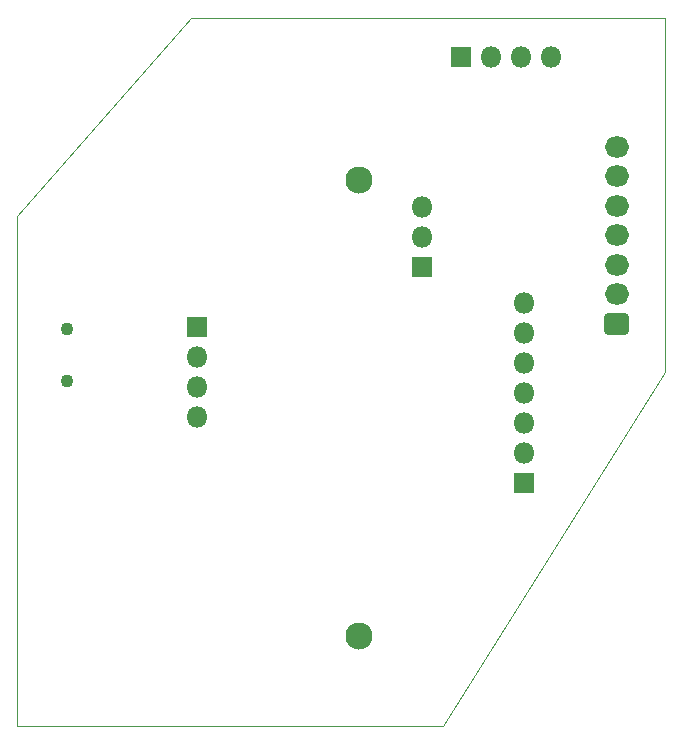
<source format=gbr>
%TF.GenerationSoftware,KiCad,Pcbnew,(5.1.6)-1*%
%TF.CreationDate,2020-06-10T16:57:25-05:00*%
%TF.ProjectId,GameVision50 Redesign,47616d65-5669-4736-996f-6e3530205265,rev?*%
%TF.SameCoordinates,Original*%
%TF.FileFunction,Soldermask,Bot*%
%TF.FilePolarity,Negative*%
%FSLAX46Y46*%
G04 Gerber Fmt 4.6, Leading zero omitted, Abs format (unit mm)*
G04 Created by KiCad (PCBNEW (5.1.6)-1) date 2020-06-10 16:57:25*
%MOMM*%
%LPD*%
G01*
G04 APERTURE LIST*
%TA.AperFunction,Profile*%
%ADD10C,0.050000*%
%TD*%
%ADD11C,2.300000*%
%ADD12C,1.100000*%
%ADD13R,1.800000X1.800000*%
%ADD14O,1.800000X1.800000*%
%ADD15O,2.050000X1.800000*%
G04 APERTURE END LIST*
D10*
X116332000Y-50800000D02*
X156464000Y-50800000D01*
X101600000Y-67564000D02*
X116332000Y-50800000D01*
X101600000Y-110744000D02*
X101600000Y-67564000D01*
X137668000Y-110744000D02*
X101600000Y-110744000D01*
X156464000Y-80772000D02*
X137668000Y-110744000D01*
X156464000Y-50800000D02*
X156464000Y-80772000D01*
D11*
%TO.C,REF\u002A\u002A*%
X130556000Y-64516000D03*
%TD*%
%TO.C,REF\u002A\u002A*%
X130556000Y-103124000D03*
%TD*%
D12*
%TO.C,J3*%
X105858000Y-81570000D03*
X105858000Y-77170000D03*
%TD*%
D13*
%TO.C,J1*%
X139192000Y-54102000D03*
D14*
X141732000Y-54102000D03*
X144272000Y-54102000D03*
X146812000Y-54102000D03*
%TD*%
%TO.C,J2*%
X135890000Y-66802000D03*
X135890000Y-69342000D03*
D13*
X135890000Y-71882000D03*
%TD*%
%TO.C,J5*%
G36*
G01*
X153160294Y-77608000D02*
X151639706Y-77608000D01*
G75*
G02*
X151375000Y-77343294I0J264706D01*
G01*
X151375000Y-76072706D01*
G75*
G02*
X151639706Y-75808000I264706J0D01*
G01*
X153160294Y-75808000D01*
G75*
G02*
X153425000Y-76072706I0J-264706D01*
G01*
X153425000Y-77343294D01*
G75*
G02*
X153160294Y-77608000I-264706J0D01*
G01*
G37*
D15*
X152400000Y-74208000D03*
X152400000Y-71708000D03*
X152400000Y-69208000D03*
X152400000Y-66708000D03*
X152400000Y-64208000D03*
X152400000Y-61708000D03*
%TD*%
D14*
%TO.C,J6*%
X116840000Y-84582000D03*
X116840000Y-82042000D03*
X116840000Y-79502000D03*
D13*
X116840000Y-76962000D03*
%TD*%
%TO.C,J4*%
X144526000Y-90170000D03*
D14*
X144526000Y-87630000D03*
X144526000Y-85090000D03*
X144526000Y-82550000D03*
X144526000Y-80010000D03*
X144526000Y-77470000D03*
X144526000Y-74930000D03*
%TD*%
M02*

</source>
